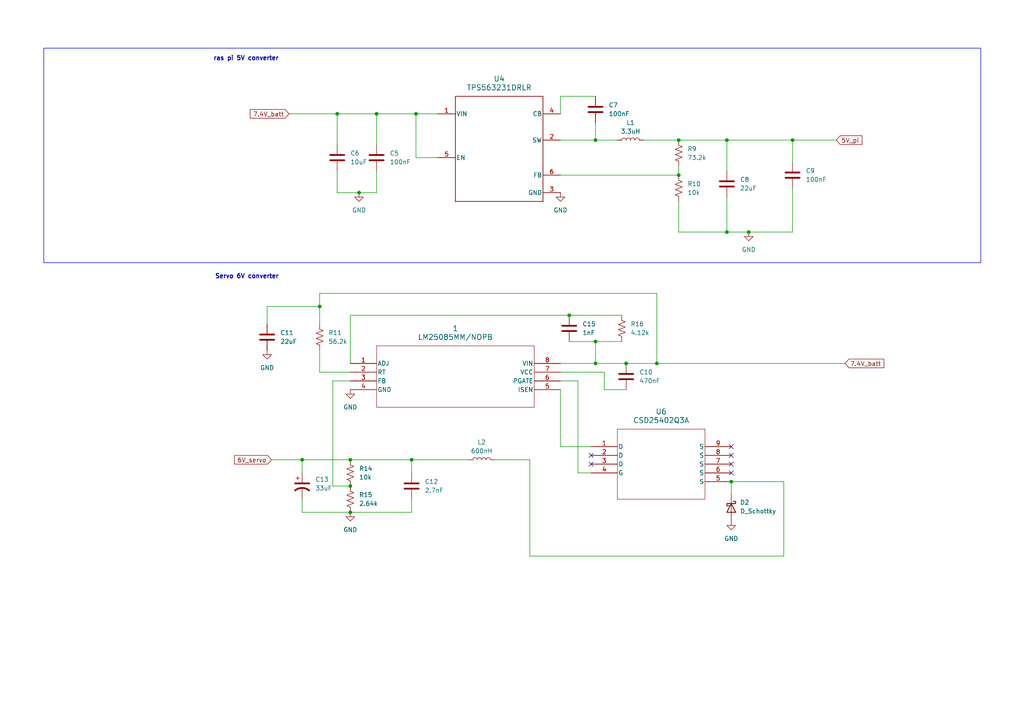
<source format=kicad_sch>
(kicad_sch (version 20231120) (generator "eeschema") (generator_version "8.0")
  (paper "A4")
  (lib_symbols
    (symbol "Alecs_Lib:CSD25402Q3A" (pin_names (offset 0.254))
      (property "Reference" "U" (at 20.32 10.16 0))
      (property "Value" "CSD25402Q3A" (at 20.32 7.62 0))
      (symbol "CSD25402Q3A_1_1"
        (polyline (pts (xy 7.62 -15.24) (xy 33.02 -15.24)) (stroke (width 0.127)))
        (polyline (pts (xy 7.62 5.08) (xy 7.62 -15.24)) (stroke (width 0.127)))
        (polyline (pts (xy 33.02 -15.24) (xy 33.02 5.08)) (stroke (width 0.127)))
        (polyline (pts (xy 33.02 5.08) (xy 7.62 5.08)) (stroke (width 0.127)))
        (pin unspecified line (at 0 0 0) (length 7.62) (name "D") (number "1"))
        (pin unspecified line (at 0 -2.54 0) (length 7.62) (name "D") (number "2"))
        (pin unspecified line (at 0 -5.08 0) (length 7.62) (name "D") (number "3"))
        (pin unspecified line (at 0 -7.62 0) (length 7.62) (name "G") (number "4"))
        (pin unspecified line (at 40.64 -10.16 180) (length 7.62) (name "S") (number "5"))
        (pin unspecified line (at 40.64 -7.62 180) (length 7.62) (name "S") (number "6"))
        (pin unspecified line (at 40.64 -5.08 180) (length 7.62) (name "S") (number "7"))
        (pin unspecified line (at 40.64 -2.54 180) (length 7.62) (name "S") (number "8"))
        (pin unspecified line (at 40.64 0 180) (length 7.62) (name "S") (number "9"))
      )
    )
    (symbol "Alecs_Lib:LM25085MM_NOPB" (pin_names (offset 0.254))
      (property "Value" "LM25085MM/NOPB" (at 30.48 7.62 0))
      (symbol "LM25085MM_NOPB_1_1"
        (polyline (pts (xy 7.62 -12.7) (xy 53.34 -12.7)) (stroke (width 0.127)))
        (polyline (pts (xy 7.62 5.08) (xy 7.62 -12.7)) (stroke (width 0.127)))
        (polyline (pts (xy 53.34 -12.7) (xy 53.34 5.08)) (stroke (width 0.127)))
        (polyline (pts (xy 53.34 5.08) (xy 7.62 5.08)) (stroke (width 0.127)))
        (pin input line (at 0 0 0) (length 7.62) (name "ADJ") (number "1"))
        (pin input line (at 0 -2.54 0) (length 7.62) (name "RT") (number "2"))
        (pin input line (at 0 -5.08 0) (length 7.62) (name "FB") (number "3"))
        (pin power_in line (at 0 -7.62 0) (length 7.62) (name "GND") (number "4"))
        (pin input line (at 60.96 -7.62 180) (length 7.62) (name "ISEN") (number "5"))
        (pin output line (at 60.96 -5.08 180) (length 7.62) (name "PGATE") (number "6"))
        (pin power_in line (at 60.96 -2.54 180) (length 7.62) (name "VCC") (number "7"))
        (pin power_in line (at 60.96 0 180) (length 7.62) (name "VIN") (number "8"))
      )
    )
    (symbol "Alecs_Lib:TPS563231DRLR" (pin_names (offset 0.254))
      (property "Reference" "U" (at 0 2.54 0))
      (property "Value" "TPS563231DRLR" (at 0 0 0))
      (symbol "TPS563231DRLR_1_1"
        (polyline (pts (xy -12.7 -15.24) (xy 12.7 -15.24)) (stroke (width 0.2032)))
        (polyline (pts (xy -12.7 15.24) (xy -12.7 -15.24)) (stroke (width 0.2032)))
        (polyline (pts (xy 12.7 -15.24) (xy 12.7 15.24)) (stroke (width 0.2032)))
        (polyline (pts (xy 12.7 15.24) (xy -12.7 15.24)) (stroke (width 0.2032)))
        (pin power_in line (at -17.78 10.16 0) (length 5.08) (name "VIN") (number "1"))
        (pin power_in line (at 17.78 2.54 180) (length 5.08) (name "SW") (number "2"))
        (pin power_in line (at 17.78 -12.7 180) (length 5.08) (name "GND") (number "3"))
        (pin unspecified line (at 17.78 10.16 180) (length 5.08) (name "CB") (number "4"))
        (pin input line (at -17.78 -2.54 0) (length 5.08) (name "EN") (number "5"))
        (pin input line (at 17.78 -7.62 180) (length 5.08) (name "FB") (number "6"))
      )
    )
    (symbol "Device:C" (pin_numbers hide) (pin_names (offset 0.254))
      (property "Reference" "C" (at 0.635 2.54 0))
      (property "Value" "C" (at 0.635 -2.54 0))
      (symbol "C_0_1"
        (polyline (pts (xy -2.032 -0.762) (xy 2.032 -0.762)) (stroke (width 0.508)))
        (polyline (pts (xy -2.032 0.762) (xy 2.032 0.762)) (stroke (width 0.508)))
      )
      (symbol "C_1_1"
        (pin passive line (at 0 3.81 270) (length 2.794) (name "~") (number "1"))
        (pin passive line (at 0 -3.81 90) (length 2.794) (name "~") (number "2"))
      )
    )
    (symbol "Device:C_Polarized_US" (pin_numbers hide) (pin_names (offset 0.254) hide)
      (property "Reference" "C" (at 0.635 2.54 0))
      (property "Value" "C_Polarized_US" (at 0.635 -2.54 0))
      (symbol "C_Polarized_US_0_1"
        (polyline (pts (xy -2.032 0.762) (xy 2.032 0.762)) (stroke (width 0.508)))
        (polyline (pts (xy -1.778 2.286) (xy -0.762 2.286)))
        (polyline (pts (xy -1.27 1.778) (xy -1.27 2.794)))
        (arc (start 2.032 -1.27) (mid 0 -0.5572) (end -2.032 -1.27) (stroke (width 0.508)))
      )
      (symbol "C_Polarized_US_1_1"
        (pin passive line (at 0 3.81 270) (length 2.794) (name "~") (number "1"))
        (pin passive line (at 0 -3.81 90) (length 3.302) (name "~") (number "2"))
      )
    )
    (symbol "Device:D_Schottky" (pin_numbers hide) (pin_names (offset 1.016) hide)
      (property "Reference" "D" (at 0 2.54 0))
      (property "Value" "D_Schottky" (at 0 -2.54 0))
      (symbol "D_Schottky_0_1"
        (polyline (pts (xy 1.27 0) (xy -1.27 0)))
        (polyline (pts (xy 1.27 1.27) (xy 1.27 -1.27) (xy -1.27 0) (xy 1.27 1.27)) (stroke (width 0.254)))
        (polyline (pts (xy -1.905 0.635) (xy -1.905 1.27) (xy -1.27 1.27) (xy -1.27 -1.27) (xy -0.635 -1.27) (xy -0.635 -0.635)) (stroke (width 0.254)))
      )
      (symbol "D_Schottky_1_1"
        (pin passive line (at -3.81 0 0) (length 2.54) (name "K") (number "1"))
        (pin passive line (at 3.81 0 180) (length 2.54) (name "A") (number "2"))
      )
    )
    (symbol "Device:L" (pin_numbers hide) (pin_names (offset 1.016) hide)
      (property "Reference" "L" (at -1.27 0 90))
      (property "Value" "L" (at 1.905 0 90))
      (symbol "L_0_1"
        (arc (start 0 -2.54) (mid 0.6323 -1.905) (end 0 -1.27))
        (arc (start 0 -1.27) (mid 0.6323 -0.635) (end 0 0))
        (arc (start 0 0) (mid 0.6323 0.635) (end 0 1.27))
        (arc (start 0 1.27) (mid 0.6323 1.905) (end 0 2.54))
      )
      (symbol "L_1_1"
        (pin passive line (at 0 3.81 270) (length 1.27) (name "1") (number "1"))
        (pin passive line (at 0 -3.81 90) (length 1.27) (name "2") (number "2"))
      )
    )
    (symbol "Device:R_US" (pin_numbers hide) (pin_names (offset 0))
      (property "Reference" "R" (at 2.54 0 90))
      (property "Value" "R_US" (at -2.54 0 90))
      (symbol "R_US_0_1"
        (polyline (pts (xy 0 -2.286) (xy 0 -2.54)))
        (polyline (pts (xy 0 2.286) (xy 0 2.54)))
        (polyline (pts (xy 0 -0.762) (xy 1.016 -1.143) (xy 0 -1.524) (xy -1.016 -1.905) (xy 0 -2.286)))
        (polyline (pts (xy 0 0.762) (xy 1.016 0.381) (xy 0 0) (xy -1.016 -0.381) (xy 0 -0.762)))
        (polyline (pts (xy 0 2.286) (xy 1.016 1.905) (xy 0 1.524) (xy -1.016 1.143) (xy 0 0.762)))
      )
      (symbol "R_US_1_1"
        (pin passive line (at 0 3.81 270) (length 1.27) (name "~") (number "1"))
        (pin passive line (at 0 -3.81 90) (length 1.27) (name "~") (number "2"))
      )
    )
    (symbol "power:GND" (power) (pin_numbers hide) (pin_names (offset 0) hide)
      (property "Value" "GND" (at 0 -3.81 0))
      (symbol "GND_0_1"
        (polyline (pts (xy 0 0) (xy 0 -1.27) (xy 1.27 -1.27) (xy 0 -2.54) (xy -1.27 -1.27) (xy 0 -1.27)))
      )
      (symbol "GND_1_1"
        (pin power_in line (at 0 0 270) (length 0) (name "~") (number "1"))
      )
    )
  )
  (junction (at 212.09 139.7))
  (junction (at 97.79 33.02))
  (junction (at 104.14 55.88))
  (junction (at 196.85 50.8))
  (junction (at 165.1 91.44))
  (junction (at 196.85 40.64))
  (junction (at 190.5 105.41))
  (junction (at 87.63 133.35))
  (junction (at 210.82 67.31))
  (junction (at 101.6 133.35))
  (junction (at 181.61 105.41))
  (junction (at 172.72 40.64))
  (junction (at 229.87 40.64))
  (junction (at 210.82 40.64))
  (junction (at 120.65 33.02))
  (junction (at 172.72 105.41))
  (junction (at 119.38 133.35))
  (junction (at 172.72 99.06))
  (junction (at 109.22 33.02))
  (junction (at 101.6 140.97))
  (junction (at 217.17 67.31))
  (junction (at 101.6 148.59))
  (junction (at 92.71 88.9))
  (no_connect (at 212.09 134.62))
  (no_connect (at 212.09 129.54))
  (no_connect (at 212.09 132.08))
  (no_connect (at 171.45 134.62))
  (no_connect (at 212.09 137.16))
  (no_connect (at 171.45 132.08))
  (wire (pts (xy 153.67 133.35) (xy 143.51 133.35)))
  (wire (pts (xy 229.87 40.64) (xy 242.57 40.64)))
  (wire (pts (xy 92.71 107.95) (xy 101.6 107.95)))
  (wire (pts (xy 172.72 40.64) (xy 172.72 35.56)))
  (wire (pts (xy 109.22 33.02) (xy 109.22 41.91)))
  (wire (pts (xy 87.63 137.16) (xy 87.63 133.35)))
  (wire (pts (xy 97.79 55.88) (xy 104.14 55.88)))
  (wire (pts (xy 229.87 67.31) (xy 229.87 54.61)))
  (wire (pts (xy 92.71 85.09) (xy 190.5 85.09)))
  (wire (pts (xy 165.1 99.06) (xy 172.72 99.06)))
  (wire (pts (xy 162.56 27.94) (xy 172.72 27.94)))
  (wire (pts (xy 162.56 33.02) (xy 162.56 27.94)))
  (wire (pts (xy 196.85 50.8) (xy 196.85 48.26)))
  (wire (pts (xy 229.87 40.64) (xy 229.87 46.99)))
  (wire (pts (xy 227.33 161.29) (xy 227.33 139.7)))
  (wire (pts (xy 104.14 55.88) (xy 109.22 55.88)))
  (wire (pts (xy 186.69 40.64) (xy 196.85 40.64)))
  (wire (pts (xy 96.52 110.49) (xy 96.52 140.97)))
  (wire (pts (xy 109.22 33.02) (xy 120.65 33.02)))
  (wire (pts (xy 97.79 33.02) (xy 109.22 33.02)))
  (wire (pts (xy 167.64 110.49) (xy 167.64 137.16)))
  (wire (pts (xy 227.33 161.29) (xy 153.67 161.29)))
  (wire (pts (xy 77.47 93.98) (xy 77.47 88.9)))
  (wire (pts (xy 180.34 91.44) (xy 165.1 91.44)))
  (wire (pts (xy 97.79 33.02) (xy 97.79 41.91)))
  (wire (pts (xy 153.67 161.29) (xy 153.67 133.35)))
  (wire (pts (xy 181.61 113.03) (xy 175.26 113.03)))
  (wire (pts (xy 190.5 105.41) (xy 245.11 105.41)))
  (wire (pts (xy 190.5 85.09) (xy 190.5 105.41)))
  (wire (pts (xy 119.38 148.59) (xy 101.6 148.59)))
  (wire (pts (xy 196.85 40.64) (xy 210.82 40.64)))
  (wire (pts (xy 212.09 139.7) (xy 212.09 143.51)))
  (wire (pts (xy 87.63 148.59) (xy 101.6 148.59)))
  (wire (pts (xy 101.6 110.49) (xy 96.52 110.49)))
  (wire (pts (xy 78.74 133.35) (xy 87.63 133.35)))
  (wire (pts (xy 120.65 33.02) (xy 120.65 45.72)))
  (wire (pts (xy 87.63 133.35) (xy 101.6 133.35)))
  (wire (pts (xy 181.61 105.41) (xy 190.5 105.41)))
  (wire (pts (xy 212.09 139.7) (xy 227.33 139.7)))
  (wire (pts (xy 97.79 49.53) (xy 97.79 55.88)))
  (wire (pts (xy 210.82 40.64) (xy 229.87 40.64)))
  (wire (pts (xy 119.38 137.16) (xy 119.38 133.35)))
  (wire (pts (xy 92.71 88.9) (xy 92.71 93.98)))
  (wire (pts (xy 101.6 91.44) (xy 165.1 91.44)))
  (wire (pts (xy 172.72 99.06) (xy 180.34 99.06)))
  (wire (pts (xy 101.6 105.41) (xy 101.6 91.44)))
  (wire (pts (xy 175.26 113.03) (xy 175.26 107.95)))
  (wire (pts (xy 119.38 144.78) (xy 119.38 148.59)))
  (wire (pts (xy 210.82 40.64) (xy 210.82 49.53)))
  (wire (pts (xy 210.82 67.31) (xy 217.17 67.31)))
  (wire (pts (xy 92.71 85.09) (xy 92.71 88.9)))
  (wire (pts (xy 162.56 113.03) (xy 162.56 129.54)))
  (wire (pts (xy 196.85 58.42) (xy 196.85 67.31)))
  (wire (pts (xy 162.56 50.8) (xy 196.85 50.8)))
  (wire (pts (xy 172.72 99.06) (xy 172.72 105.41)))
  (wire (pts (xy 120.65 45.72) (xy 127 45.72)))
  (wire (pts (xy 77.47 88.9) (xy 92.71 88.9)))
  (wire (pts (xy 196.85 67.31) (xy 210.82 67.31)))
  (wire (pts (xy 109.22 55.88) (xy 109.22 49.53)))
  (wire (pts (xy 119.38 133.35) (xy 135.89 133.35)))
  (wire (pts (xy 92.71 101.6) (xy 92.71 107.95)))
  (wire (pts (xy 162.56 129.54) (xy 171.45 129.54)))
  (wire (pts (xy 217.17 67.31) (xy 229.87 67.31)))
  (wire (pts (xy 172.72 40.64) (xy 179.07 40.64)))
  (wire (pts (xy 83.82 33.02) (xy 97.79 33.02)))
  (wire (pts (xy 87.63 144.78) (xy 87.63 148.59)))
  (wire (pts (xy 96.52 140.97) (xy 101.6 140.97)))
  (wire (pts (xy 172.72 105.41) (xy 181.61 105.41)))
  (wire (pts (xy 162.56 40.64) (xy 172.72 40.64)))
  (wire (pts (xy 162.56 105.41) (xy 172.72 105.41)))
  (wire (pts (xy 167.64 137.16) (xy 171.45 137.16)))
  (wire (pts (xy 162.56 110.49) (xy 167.64 110.49)))
  (wire (pts (xy 210.82 67.31) (xy 210.82 57.15)))
  (wire (pts (xy 101.6 133.35) (xy 119.38 133.35)))
  (wire (pts (xy 175.26 107.95) (xy 162.56 107.95)))
  (wire (pts (xy 120.65 33.02) (xy 127 33.02)))
  (rectangle (start 12.7 13.97) (end 284.48 76.2))
  (text "ras pi 5V converter" (at 71.374 17.018 0) (effects (font (size 1.27 1.27) (thickness 0.254) (bold yes))))
  (text "Servo 6V converter" (at 71.628 80.264 0) (effects (font (size 1.27 1.27) (thickness 0.254) (bold yes))))
  (global_label "7.4V_batt" (shape input) (at 83.82 33.02 180) (property "Intersheetrefs" "${INTERSHEET_REFS}" (effects (hide yes))))
  (global_label "5V_pi" (shape input) (at 242.57 40.64 0) (property "Intersheetrefs" "${INTERSHEET_REFS}" (effects (hide yes))))
  (global_label "7.4V_batt" (shape input) (at 245.11 105.41 0) (property "Intersheetrefs" "${INTERSHEET_REFS}" (effects (hide yes))))
  (global_label "6V_servo" (shape input) (at 78.74 133.35 180) (property "Intersheetrefs" "${INTERSHEET_REFS}" (effects (hide yes))))
  (symbol (lib_id "Device:R_US") (at 196.85 54.61 0) (unit 1)
    (property "Reference" "R10" (at 199.39 53.3399 0) (effects (justify left)))
    (property "Value" "10k" (at 199.39 55.8799 0) (effects (justify left)))
    (property "Description" "Resistor, US symbol" (effects (hide yes)))
  )
  (symbol (lib_id "Device:R_US") (at 101.6 144.78 0) (unit 1)
    (property "Reference" "R15" (at 104.14 143.5099 0) (effects (justify left)))
    (property "Value" "2.64k" (at 104.14 146.0499 0) (effects (justify left)))
    (property "Description" "Resistor, US symbol" (effects (hide yes)))
  )
  (symbol (lib_id "Alecs_Lib:TPS563231DRLR") (at 144.78 43.18 0) (unit 1)
    (property "Reference" "U4" (at 144.78 22.86 0) (effects (font (size 1.524 1.524))))
    (property "Value" "TPS563231DRLR" (at 144.78 25.4 0) (effects (font (size 1.524 1.524))))
    (property "Footprint" "DRL0006A" (effects (hide yes)))
    (property "Datasheet" "TPS563231DRLR" (effects (hide yes)))
  )
  (symbol (lib_id "Device:C") (at 109.22 45.72 0) (unit 1)
    (property "Reference" "C5" (at 113.03 44.4499 0) (effects (justify left)))
    (property "Value" "100nF" (at 113.03 46.9899 0) (effects (justify left)))
    (property "Description" "Unpolarized capacitor" (effects (hide yes)))
  )
  (symbol (lib_id "Device:D_Schottky") (at 212.09 147.32 270) (unit 1)
    (property "Reference" "D2" (at 214.63 145.7324 90) (effects (justify left)))
    (property "Value" "D_Schottky" (at 214.63 148.2724 90) (effects (justify left)))
    (property "Description" "Schottky diode" (effects (hide yes)))
  )
  (symbol (lib_id "Device:C") (at 119.38 140.97 0) (unit 1)
    (property "Reference" "C12" (at 123.19 139.6999 0) (effects (justify left)))
    (property "Value" "2.7nF" (at 123.19 142.2399 0) (effects (justify left)))
    (property "Description" "Unpolarized capacitor" (effects (hide yes)))
  )
  (symbol (lib_id "Device:R_US") (at 101.6 137.16 0) (unit 1)
    (property "Reference" "R14" (at 104.14 135.8899 0) (effects (justify left)))
    (property "Value" "10k" (at 104.14 138.4299 0) (effects (justify left)))
    (property "Description" "Resistor, US symbol" (effects (hide yes)))
  )
  (symbol (lib_id "Device:R_US") (at 196.85 44.45 0) (unit 1)
    (property "Reference" "R9" (at 199.39 43.1799 0) (effects (justify left)))
    (property "Value" "73.2k" (at 199.39 45.7199 0) (effects (justify left)))
    (property "Description" "Resistor, US symbol" (effects (hide yes)))
  )
  (symbol (lib_id "Alecs_Lib:LM25085MM_NOPB") (at 101.6 105.41 0) (unit 1)
    (property "Reference" "1" (at 132.08 95.25 0) (effects (font (size 1.524 1.524))))
    (property "Value" "LM25085MM/NOPB" (at 132.08 97.79 0) (effects (font (size 1.524 1.524))))
    (property "Footprint" "MUA08A" (effects (hide yes)))
    (property "Datasheet" "LM25085MM/NOPB" (effects (hide yes)))
  )
  (symbol (lib_id "power:GND") (at 101.6 113.03 0) (unit 1)
    (property "Reference" "#PWR026" (effects (hide yes)))
    (property "Value" "GND" (at 101.6 118.11 0))
    (property "Description" "Power symbol creates a global label with name \"GND\" , ground" (effects (hide yes)))
  )
  (symbol (lib_id "Device:R_US") (at 180.34 95.25 0) (unit 1)
    (property "Reference" "R16" (at 182.88 93.9799 0) (effects (justify left)))
    (property "Value" "4.12k" (at 182.88 96.5199 0) (effects (justify left)))
    (property "Description" "Resistor, US symbol" (effects (hide yes)))
  )
  (symbol (lib_id "Device:C") (at 77.47 97.79 0) (unit 1)
    (property "Reference" "C11" (at 81.28 96.5199 0) (effects (justify left)))
    (property "Value" "22uF" (at 81.28 99.0599 0) (effects (justify left)))
    (property "Description" "Unpolarized capacitor" (effects (hide yes)))
  )
  (symbol (lib_id "Device:C") (at 210.82 53.34 0) (unit 1)
    (property "Reference" "C8" (at 214.63 52.0699 0) (effects (justify left)))
    (property "Value" "22uF" (at 214.63 54.6099 0) (effects (justify left)))
    (property "Description" "Unpolarized capacitor" (effects (hide yes)))
  )
  (symbol (lib_id "Device:R_US") (at 92.71 97.79 180) (unit 1)
    (property "Reference" "R11" (at 95.25 96.5199 0) (effects (justify right)))
    (property "Value" "56.2k" (at 95.25 99.0599 0) (effects (justify right)))
    (property "Description" "Resistor, US symbol" (effects (hide yes)))
  )
  (symbol (lib_id "power:GND") (at 101.6 148.59 0) (unit 1)
    (property "Reference" "#PWR024" (effects (hide yes)))
    (property "Value" "GND" (at 101.6 153.67 0))
    (property "Description" "Power symbol creates a global label with name \"GND\" , ground" (effects (hide yes)))
  )
  (symbol (lib_id "power:GND") (at 104.14 55.88 0) (unit 1)
    (property "Reference" "#PWR021" (effects (hide yes)))
    (property "Value" "GND" (at 104.14 60.96 0))
    (property "Description" "Power symbol creates a global label with name \"GND\" , ground" (effects (hide yes)))
  )
  (symbol (lib_id "Device:C_Polarized_US") (at 87.63 140.97 0) (unit 1)
    (property "Reference" "C13" (at 91.44 139.0649 0) (effects (justify left)))
    (property "Value" "33uF" (at 91.44 141.6049 0) (effects (justify left)))
    (property "Description" "Polarized capacitor, US symbol" (effects (hide yes)))
  )
  (symbol (lib_id "Device:C") (at 97.79 45.72 0) (unit 1)
    (property "Reference" "C6" (at 101.6 44.4499 0) (effects (justify left)))
    (property "Value" "10uF" (at 101.6 46.9899 0) (effects (justify left)))
    (property "Description" "Unpolarized capacitor" (effects (hide yes)))
  )
  (symbol (lib_id "Device:C") (at 165.1 95.25 0) (unit 1)
    (property "Reference" "C15" (at 168.91 93.9799 0) (effects (justify left)))
    (property "Value" "1nF" (at 168.91 96.5199 0) (effects (justify left)))
    (property "Description" "Unpolarized capacitor" (effects (hide yes)))
  )
  (symbol (lib_id "power:GND") (at 162.56 55.88 0) (unit 1)
    (property "Reference" "#PWR020" (effects (hide yes)))
    (property "Value" "GND" (at 162.56 60.96 0))
    (property "Description" "Power symbol creates a global label with name \"GND\" , ground" (effects (hide yes)))
  )
  (symbol (lib_id "Device:L") (at 182.88 40.64 90) (unit 1)
    (property "Reference" "L1" (at 182.88 35.56 90))
    (property "Value" "3.3uH" (at 182.88 38.1 90))
    (property "Description" "Inductor" (effects (hide yes)))
  )
  (symbol (lib_id "Alecs_Lib:CSD25402Q3A") (at 171.45 129.54 0) (unit 1)
    (property "Reference" "U6" (at 191.77 119.38 0) (effects (font (size 1.524 1.524))))
    (property "Value" "CSD25402Q3A" (at 191.77 121.92 0) (effects (font (size 1.524 1.524))))
    (property "Footprint" "CSD25402Q3A" (effects (hide yes)))
    (property "Datasheet" "CSD25402Q3A" (effects (hide yes)))
  )
  (symbol (lib_id "Device:C") (at 229.87 50.8 0) (unit 1)
    (property "Reference" "C9" (at 233.68 49.5299 0) (effects (justify left)))
    (property "Value" "100nF" (at 233.68 52.0699 0) (effects (justify left)))
    (property "Description" "Unpolarized capacitor" (effects (hide yes)))
  )
  (symbol (lib_id "power:GND") (at 212.09 151.13 0) (unit 1)
    (property "Reference" "#PWR023" (effects (hide yes)))
    (property "Value" "GND" (at 212.09 156.21 0))
    (property "Description" "Power symbol creates a global label with name \"GND\" , ground" (effects (hide yes)))
  )
  (symbol (lib_id "Device:C") (at 181.61 109.22 0) (unit 1)
    (property "Reference" "C10" (at 185.42 107.9499 0) (effects (justify left)))
    (property "Value" "470nF" (at 185.42 110.4899 0) (effects (justify left)))
    (property "Description" "Unpolarized capacitor" (effects (hide yes)))
  )
  (symbol (lib_id "Device:C") (at 172.72 31.75 0) (unit 1)
    (property "Reference" "C7" (at 176.53 30.4799 0) (effects (justify left)))
    (property "Value" "100nF" (at 176.53 33.0199 0) (effects (justify left)))
    (property "Description" "Unpolarized capacitor" (effects (hide yes)))
  )
  (symbol (lib_id "power:GND") (at 217.17 67.31 0) (unit 1)
    (property "Reference" "#PWR022" (effects (hide yes)))
    (property "Value" "GND" (at 217.17 72.39 0))
    (property "Description" "Power symbol creates a global label with name \"GND\" , ground" (effects (hide yes)))
  )
  (symbol (lib_id "power:GND") (at 77.47 101.6 0) (unit 1)
    (property "Reference" "#PWR025" (effects (hide yes)))
    (property "Value" "GND" (at 77.47 106.68 0))
    (property "Description" "Power symbol creates a global label with name \"GND\" , ground" (effects (hide yes)))
  )
  (symbol (lib_id "Device:L") (at 139.7 133.35 90) (unit 1)
    (property "Reference" "L2" (at 139.7 128.27 90))
    (property "Value" "600nH" (at 139.7 130.81 90))
    (property "Description" "Inductor" (effects (hide yes)))
  )
)
</source>
